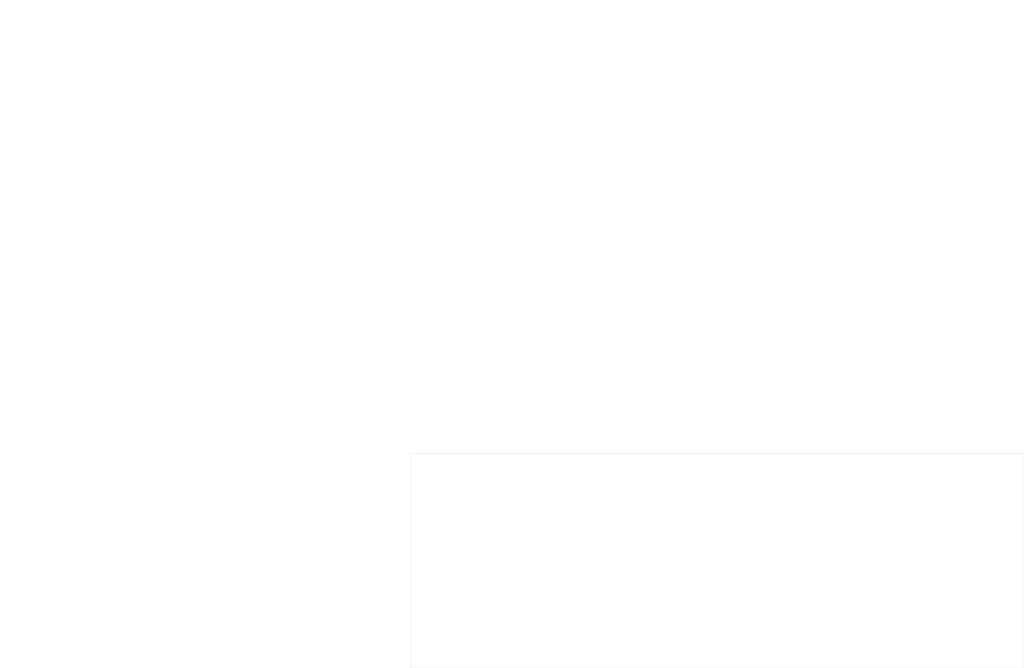
<source format=kicad_pcb>
(kicad_pcb
	(version 20240108)
	(generator "pcbnew")
	(generator_version "8.0")
	(general
		(thickness 1.4893)
		(legacy_teardrops no)
	)
	(paper "A4")
	(layers
		(0 "F.Cu" signal)
		(1 "In1.Cu" power)
		(2 "In2.Cu" power)
		(31 "B.Cu" signal)
		(32 "B.Adhes" user "B.Adhesive")
		(33 "F.Adhes" user "F.Adhesive")
		(34 "B.Paste" user)
		(35 "F.Paste" user)
		(36 "B.SilkS" user "B.Silkscreen")
		(37 "F.SilkS" user "F.Silkscreen")
		(38 "B.Mask" user)
		(39 "F.Mask" user)
		(40 "Dwgs.User" user "User.Drawings")
		(41 "Cmts.User" user "User.Comments")
		(42 "Eco1.User" user "User.Eco1")
		(43 "Eco2.User" user "User.Eco2")
		(44 "Edge.Cuts" user)
		(45 "Margin" user)
		(46 "B.CrtYd" user "B.Courtyard")
		(47 "F.CrtYd" user "F.Courtyard")
		(48 "B.Fab" user)
		(49 "F.Fab" user)
		(50 "User.1" user "Base")
		(51 "User.2" user "Probe")
		(52 "User.3" user "Support")
		(53 "User.4" user "Clearance")
		(54 "User.5" user)
		(55 "User.6" user)
		(56 "User.7" user)
		(57 "User.8" user)
		(58 "User.9" user)
	)
	(setup
		(stackup
			(layer "F.SilkS"
				(type "Top Silk Screen")
				(color "White")
			)
			(layer "F.Paste"
				(type "Top Solder Paste")
			)
			(layer "F.Mask"
				(type "Top Solder Mask")
				(color "Green")
				(thickness 0.01)
			)
			(layer "F.Cu"
				(type "copper")
				(thickness 0.035)
			)
			(layer "dielectric 1"
				(type "prepreg")
				(thickness 0.124 locked)
				(material "Prepreg 2116")
				(epsilon_r 4.4)
				(loss_tangent 0.02) addsublayer
				(thickness 0.2104 locked)
				(material "Prepreg 7628")
				(epsilon_r 1)
				(loss_tangent 0)
			)
			(layer "In1.Cu"
				(type "copper")
				(thickness 0.01525)
			)
			(layer "dielectric 2"
				(type "core")
				(thickness 0.7 locked)
				(material "FR4")
				(epsilon_r 3.99)
				(loss_tangent 0.02)
			)
			(layer "In2.Cu"
				(type "copper")
				(thickness 0.01525)
			)
			(layer "dielectric 3"
				(type "prepreg")
				(thickness 0.2104 locked)
				(material "Prepreg 7628")
				(epsilon_r 4.4)
				(loss_tangent 0.02) addsublayer
				(thickness 0.124 locked)
				(material "Prepreg 7628")
				(epsilon_r 1)
				(loss_tangent 0)
			)
			(layer "B.Cu"
				(type "copper")
				(thickness 0.035)
			)
			(layer "B.Mask"
				(type "Bottom Solder Mask")
				(color "Green")
				(thickness 0.01)
			)
			(layer "B.Paste"
				(type "Bottom Solder Paste")
			)
			(layer "B.SilkS"
				(type "Bottom Silk Screen")
				(color "White")
			)
			(copper_finish "Immersion gold")
			(dielectric_constraints yes)
		)
		(pad_to_mask_clearance 0)
		(allow_soldermask_bridges_in_footprints no)
		(pcbplotparams
			(layerselection 0x00010fc_ffffffff)
			(plot_on_all_layers_selection 0x0000000_00000000)
			(disableapertmacros no)
			(usegerberextensions no)
			(usegerberattributes yes)
			(usegerberadvancedattributes yes)
			(creategerberjobfile yes)
			(dashed_line_dash_ratio 12.000000)
			(dashed_line_gap_ratio 3.000000)
			(svgprecision 4)
			(plotframeref no)
			(viasonmask no)
			(mode 1)
			(useauxorigin no)
			(hpglpennumber 1)
			(hpglpenspeed 20)
			(hpglpendiameter 15.000000)
			(pdf_front_fp_property_popups yes)
			(pdf_back_fp_property_popups yes)
			(dxfpolygonmode yes)
			(dxfimperialunits yes)
			(dxfusepcbnewfont yes)
			(psnegative no)
			(psa4output no)
			(plotreference yes)
			(plotvalue yes)
			(plotfptext yes)
			(plotinvisibletext no)
			(sketchpadsonfab no)
			(subtractmaskfromsilk no)
			(outputformat 1)
			(mirror no)
			(drillshape 1)
			(scaleselection 1)
			(outputdirectory "")
		)
	)
	(net 0 "")
	(gr_line
		(start 13.208 32.448)
		(end 145.079426 32.448)
		(stroke
			(width 0.1)
			(type default)
		)
		(layer "Dwgs.User")
		(uuid "0e3bf5c0-6ccd-4a80-8386-4e08b81d7621")
	)
	(gr_line
		(start 13.208 50.478)
		(end 145.079426 50.478)
		(stroke
			(width 0.1)
			(type default)
		)
		(layer "Dwgs.User")
		(uuid "159a6574-f6ac-48b6-b362-f2e670fb036b")
	)
	(gr_line
		(start 13.208 25.236)
		(end 145.079426 25.236)
		(stroke
			(width 0.1)
			(type default)
		)
		(layer "Dwgs.User")
		(uuid "295ad14a-14d6-4b35-885f-5615a4c059e7")
	)
	(gr_line
		(start 36.636569 13.716)
		(end 36.636569 72.114)
		(stroke
			(width 0.1)
			(type default)
		)
		(layer "Dwgs.User")
		(uuid "3d25fb35-6c28-4142-b53c-ae7cc83aacb0")
	)
	(gr_line
		(start 13.208 39.66)
		(end 145.079426 39.66)
		(stroke
			(width 0.1)
			(type default)
		)
		(layer "Dwgs.User")
		(uuid "4c24ba15-2718-42f7-a575-e60b37b5ce69")
	)
	(gr_line
		(start 13.208 57.69)
		(end 145.079426 57.69)
		(stroke
			(width 0.1)
			(type default)
		)
		(layer "Dwgs.User")
		(uuid "6b4d685f-421c-43f2-9656-85bf4524cbab")
	)
	(gr_line
		(start 78.707994 13.716)
		(end 78.707994 72.114)
		(stroke
			(width 0.1)
			(type default)
		)
		(layer "Dwgs.User")
		(uuid "6d815075-9653-4f95-9d37-829cf09c1af8")
	)
	(gr_line
		(start 13.208 21.63)
		(end 145.079426 21.63)
		(stroke
			(width 0.1)
			(type default)
		)
		(layer "Dwgs.User")
		(uuid "785a152c-d5c7-4e92-a2b9-6e1f460dfc1d")
	)
	(gr_line
		(start 13.208 54.084)
		(end 145.079426 54.084)
		(stroke
			(width 0.1)
			(type default)
		)
		(layer "Dwgs.User")
		(uuid "83ff1ca7-d6f4-4fb1-9bcb-15d30b393c6a")
	)
	(gr_line
		(start 13.208 72.114)
		(end 145.079426 72.114)
		(stroke
			(width 0.1)
			(type default)
		)
		(layer "Dwgs.User")
		(uuid "87ad6c9f-1d2a-43ec-bfb3-d531a55f057f")
	)
	(gr_line
		(start 13.208 13.716)
		(end 13.208 72.114)
		(stroke
			(width 0.1)
			(type default)
		)
		(layer "Dwgs.User")
		(uuid "88f9e9f4-1667-44b7-894e-32f73ea15574")
	)
	(gr_line
		(start 145.079426 13.716)
		(end 145.079426 72.114)
		(stroke
			(width 0.1)
			(type default)
		)
		(layer "Dwgs.User")
		(uuid "979bcdec-803a-44aa-958e-966c1f4d7298")
	)
	(gr_line
		(start 13.208 28.842)
		(end 145.079426 28.842)
		(stroke
			(width 0.1)
			(type default)
		)
		(layer "Dwgs.User")
		(uuid "a10e72d7-f90d-4d05-b4f7-bfb6ec7f5ce6")
	)
	(gr_line
		(start 13.208 43.266)
		(end 145.079426 43.266)
		(stroke
			(width 0.1)
			(type default)
		)
		(layer "Dwgs.User")
		(uuid "a9665f2f-fa74-43ca-a393-7a3da26b140c")
	)
	(gr_line
		(start 13.208 61.296)
		(end 145.079426 61.296)
		(stroke
			(width 0.1)
			(type default)
		)
		(layer "Dwgs.User")
		(uuid "a9a6155d-460a-475e-a70c-a7aef0ff6f2d")
	)
	(gr_line
		(start 13.208 46.872)
		(end 145.079426 46.872)
		(stroke
			(width 0.1)
			(type default)
		)
		(layer "Dwgs.User")
		(uuid "acdace82-a741-4ca7-b826-5bc831a75ed6")
	)
	(gr_line
		(start 13.208 36.054)
		(end 145.079426 36.054)
		(stroke
			(width 0.1)
			(type default)
		)
		(layer "Dwgs.User")
		(uuid "ade046b8-b71e-4e23-ac7e-81b960efb1cb")
	)
	(gr_line
		(start 13.208 64.902)
		(end 145.079426 64.902)
		(stroke
			(width 0.1)
			(type default)
		)
		(layer "Dwgs.User")
		(uuid "b061f5e2-d0b9-4f22-965c-83e96dcc7c11")
	)
	(gr_line
		(start 13.208 13.716)
		(end 145.079426 13.716)
		(stroke
			(width 0.1)
			(type default)
		)
		(layer "Dwgs.User")
		(uuid "b250bd5c-622c-4dff-88ef-9165988e3eec")
	)
	(gr_line
		(start 98.736566 13.716)
		(end 98.736566 72.114)
		(stroke
			(width 0.1)
			(type default)
		)
		(layer "Dwgs.User")
		(uuid "b75fb2c6-5790-4299-a46a-9fde3fa67e4a")
	)
	(gr_line
		(start 13.208 18.024)
		(end 145.079426 18.024)
		(stroke
			(width 0.1)
			(type default)
		)
		(layer "Dwgs.User")
		(uuid "cca79fa9-1c67-4c34-b21c-5a5acb0c9d8f")
	)
	(gr_line
		(start 115.236567 13.716)
		(end 115.236567 72.114)
		(stroke
			(width 0.1)
			(type default)
		)
		(layer "Dwgs.User")
		(uuid "cff9b5d5-3d89-49e8-bafc-bc76076eaa3b")
	)
	(gr_line
		(start 61.707997 13.716)
		(end 61.707997 72.114)
		(stroke
			(width 0.1)
			(type default)
		)
		(layer "Dwgs.User")
		(uuid "d45ac479-6763-4dfa-a7e1-0e27e63f26b9")
	)
	(gr_line
		(start 13.208 68.508)
		(end 145.079426 68.508)
		(stroke
			(width 0.1)
			(type default)
		)
		(layer "Dwgs.User")
		(uuid "df4ff154-66a6-4701-8436-b2fd490425e5")
	)
	(gr_line
		(start 128.122282 13.716)
		(end 128.122282 72.114)
		(stroke
			(width 0.1)
			(type default)
		)
		(layer "Dwgs.User")
		(uuid "fc23fa2a-e058-434e-ac4b-790ab7855f4c")
	)
	(gr_rect
		(start 81.28 88.9)
		(end 182.88 124.46)
		(stroke
			(width 0.05)
			(type default)
		)
		(fill none)
		(layer "Edge.Cuts")
		(uuid "8a0124d9-ecfc-4142-80c3-f22e87391485")
	)
	(gr_text "0 mm"
		(at 79.457994 22.38 0)
		(layer "Dwgs.User")
		(uuid "02ec3c40-7a28-4bd6-aef3-165fd7e355c4")
		(effects
			(font
				(size 1.5 1.5)
				(thickness 0.1)
			)
			(justify left top)
		)
	)
	(gr_text "F.Silkscreen"
		(at 13.958 18.774 0)
		(layer "Dwgs.User")
		(uuid "0699068f-c3ec-44df-a53f-840582123ef5")
		(effects
			(font
				(size 1.5 1.5)
				(thickness 0.1)
			)
			(justify left top)
		)
	)
	(gr_text "1"
		(at 115.986567 36.804 0)
		(layer "Dwgs.User")
		(uuid "06deabc1-c82e-4ce2-8968-3f2edad2c516")
		(effects
			(font
				(size 1.5 1.5)
				(thickness 0.1)
			)
			(justify left top)
		)
	)
	(gr_text ""
		(at 62.457997 58.44 0)
		(layer "Dwgs.User")
		(uuid "06efb930-3449-419a-bc61-09b4f6fbaf6e")
		(effects
			(font
				(size 1.5 1.5)
				(thickness 0.1)
			)
			(justify left top)
		)
	)
	(gr_text "0.01525 mm"
		(at 79.457994 47.622 0)
		(layer "Dwgs.User")
		(uuid "0a98da67-8f47-4d08-9440-da72692587b4")
		(effects
			(font
				(size 1.5 1.5)
				(thickness 0.1)
			)
			(justify left top)
		)
	)
	(gr_text "0 mm"
		(at 79.457994 65.652 0)
		(layer "Dwgs.User")
		(uuid "0c7ac9d4-0df0-4a9b-bec1-629cf6163e28")
		(effects
			(font
				(size 1.5 1.5)
				(thickness 0.1)
			)
			(justify left top)
		)
	)
	(gr_text ""
		(at 99.486566 22.38 0)
		(layer "Dwgs.User")
		(uuid "0c7c6b1d-849d-4c43-b083-96d31e78f55f")
		(effects
			(font
				(size 1.5 1.5)
				(thickness 0.1)
			)
			(justify left top)
		)
	)
	(gr_text "Dielectric 1  (1/2)"
		(at 13.958 36.804 0)
		(layer "Dwgs.User")
		(uuid "110a6a33-2ae2-4d63-a264-465d47a987b6")
		(effects
			(font
				(size 1.5 1.5)
				(thickness 0.1)
			)
			(justify left top)
		)
	)
	(gr_text "0.02"
		(at 128.872282 51.228 0)
		(layer "Dwgs.User")
		(uuid "128ef59f-339b-4878-a150-4eb8b4226d86")
		(effects
			(font
				(size 1.5 1.5)
				(thickness 0.1)
			)
			(justify left top)
		)
	)
	(gr_text "Green"
		(at 99.486566 25.986 0)
		(layer "Dwgs.User")
		(uuid "19c11bf2-c750-48e6-a431-9554a0e94961")
		(effects
			(font
				(size 1.5 1.5)
				(thickness 0.1)
			)
			(justify left top)
		)
	)
	(gr_text ""
		(at 62.457997 47.622 0)
		(layer "Dwgs.User")
		(uuid "1c5ab36b-43b9-477c-9e41-ab173aaffdfc")
		(effects
			(font
				(size 1.5 1.5)
				(thickness 0.1)
			)
			(justify left top)
		)
	)
	(gr_text "prepreg"
		(at 37.386569 33.198 0)
		(layer "Dwgs.User")
		(uuid "1cb0fb12-a1bd-4dd1-9215-6bdf06eee892")
		(effects
			(font
				(size 1.5 1.5)
				(thickness 0.1)
			)
			(justify left top)
		)
	)
	(gr_text "0"
		(at 128.872282 69.258 0)
		(layer "Dwgs.User")
		(uuid "1fa1c4b9-ff08-43a2-8a58-2031a147f56c")
		(effects
			(font
				(size 1.5 1.5)
				(thickness 0.1)
			)
			(justify left top)
		)
	)
	(gr_text ""
		(at 62.457997 29.592 0)
		(layer "Dwgs.User")
		(uuid "20110e41-a140-4171-a17a-9cc430b3601f")
		(effects
			(font
				(size 1.5 1.5)
				(thickness 0.1)
			)
			(justify left top)
		)
	)
	(gr_text "Top Solder Paste"
		(at 37.386569 22.38 0)
		(layer "Dwgs.User")
		(uuid "213895a1-edfe-4c72-b271-6099245c4c64")
		(effects
			(font
				(size 1.5 1.5)
				(thickness 0.1)
			)
			(justify left top)
		)
	)
	(gr_text ""
		(at 62.457997 40.41 0)
		(layer "Dwgs.User")
		(uuid "231cc7ec-b901-4adf-98f1-7b70f1da4699")
		(effects
			(font
				(size 1.5 1.5)
				(thickness 0.1)
			)
			(justify left top)
		)
	)
	(gr_text "3.3"
		(at 115.986567 62.046 0)
		(layer "Dwgs.User")
		(uuid "239e34d7-bb26-4d81-8516-c20544e08825")
		(effects
			(font
				(size 1.5 1.5)
				(thickness 0.1)
			)
			(justify left top)
		)
	)
	(gr_text ""
		(at 99.486566 47.622 0)
		(layer "Dwgs.User")
		(uuid "2704b902-17a7-481e-94c6-2e999fbee75c")
		(effects
			(font
				(size 1.5 1.5)
				(thickness 0.1)
			)
			(justify left top)
		)
	)
	(gr_text "White"
		(at 99.486566 18.774 0)
		(layer "Dwgs.User")
		(uuid "27ec3100-1303-497e-aafa-3735bcd2b6dd")
		(effects
			(font
				(size 1.5 1.5)
				(thickness 0.1)
			)
			(justify left top)
		)
	)
	(gr_text "Dielectric 1  (1/2)"
		(at 13.958 33.198 0)
		(layer "Dwgs.User")
		(uuid "2800d0d9-822d-4900-8942-8e28effa77bc")
		(effects
			(font
				(size 1.5 1.5)
				(thickness 0.1)
			)
			(justify left top)
		)
	)
	(gr_text "1"
		(at 115.986567 58.44 0)
		(layer "Dwgs.User")
		(uuid "29dfc13e-2265-45ac-8bdb-bd1c352d036d")
		(effects
			(font
				(size 1.5 1.5)
				(thickness 0.1)
			)
			(justify left top)
		)
	)
	(gr_text "Dielectric 2"
		(at 13.958 44.016 0)
		(layer "Dwgs.User")
		(uuid "2a3a8d0b-1e64-4cf0-bf9d-143ba2181377")
		(effects
			(font
				(size 1.5 1.5)
				(thickness 0.1)
			)
			(justify left top)
		)
	)
	(gr_text ""
		(at 62.457997 22.38 0)
		(layer "Dwgs.User")
		(uuid "34f2d26b-4107-4392-8ea3-bd9f6443d85b")
		(effects
			(font
				(size 1.5 1.5)
				(thickness 0.1)
			)
			(justify left top)
		)
	)
	(gr_text "0"
		(at 128.872282 29.592 0)
		(layer "Dwgs.User")
		(uuid "3591f799-c9d9-44ed-a144-5ff9d20ad305")
		(effects
			(font
				(size 1.5 1.5)
				(thickness 0.1)
			)
			(justify left top)
		)
	)
	(gr_text "In2.Cu"
		(at 13.958 47.622 0)
		(layer "Dwgs.User")
		(uuid "368c6b49-72e3-404a-88b1-267654d8e2ab")
		(effects
			(font
				(size 1.5 1.5)
				(thickness 0.1)
			)
			(justify left top)
		)
	)
	(gr_text "Epsilon R"
		(at 115.986567 14.466 0)
		(layer "Dwgs.User")
		(uuid "36c09abe-74bc-47cf-8cb2-689ebf86e933")
		(effects
			(font
				(size 1.5 1.5)
				(thickness 0.3)
			)
			(justify left top)
		)
	)
	(gr_text "Not specified"
		(at 62.457997 69.258 0)
		(layer "Dwgs.User")
		(uuid "37b9c76d-3de7-4141-8fe1-b52fe7e6db16")
		(effects
			(font
				(size 1.5 1.5)
				(thickness 0.1)
			)
			(justify left top)
		)
	)
	(gr_text "0"
		(at 128.872282 54.834 0)
		(layer "Dwgs.User")
		(uuid "37f1f80a-f0a8-4016-8bef-83677ea0cfe5")
		(effects
			(font
				(size 1.5 1.5)
				(thickness 0.1)
			)
			(justify left top)
		)
	)
	(gr_text "Not specified"
		(at 99.486566 36.804 0)
		(layer "Dwgs.User")
		(uuid "395eaa14-db49-4030-a6ec-d1be05643495")
		(effects
			(font
				(size 1.5 1.5)
				(thickness 0.1)
			)
			(justify left top)
		)
	)
	(gr_text "0 mm"
		(at 79.457994 69.258 0)
		(layer "Dwgs.User")
		(uuid "3ba85f2b-017e-45f4-ad7d-ac23c0f359cd")
		(effects
			(font
				(size 1.5 1.5)
				(thickness 0.1)
			)
			(justify left top)
		)
	)
	(gr_text "1"
		(at 115.986567 69.258 0)
		(layer "Dwgs.User")
		(uuid "3c439b21-275b-45cf-a666-eaeb716d7d2e")
		(effects
			(font
				(size 1.5 1.5)
				(thickness 0.1)
			)
			(justify left top)
		)
	)
	(gr_text "0.124 mm"
		(at 79.457994 33.198 0)
		(layer "Dwgs.User")
		(uuid "3cdf6fab-5581-45eb-8d36-736f09ab6e5d")
		(effects
			(font
				(size 1.5 1.5)
				(thickness 0.1)
			)
			(justify left top)
		)
	)
	(gr_text ""
		(at 99.486566 58.44 0)
		(layer "Dwgs.User")
		(uuid "426a4448-4248-4008-bcfa-8f0d2e1858fd")
		(effects
			(font
				(size 1.5 1.5)
				(thickness 0.1)
			)
			(justify left top)
		)
	)
	(gr_text "Not specified"
		(at 99.486566 33.198 0)
		(layer "Dwgs.User")
		(uuid "4566a504-731b-4103-b7ec-071fccf51833")
		(effects
			(font
				(size 1.5 1.5)
				(thickness 0.1)
			)
			(justify left top)
		)
	)
	(gr_text "Bottom Solder Paste"
		(at 37.386569 65.652 0)
		(layer "Dwgs.User")
		(uuid "48908b5b-47cf-4ffe-9ad3-c80c82d20e05")
		(effects
			(font
				(size 1.5 1.5)
				(thickness 0.1)
			)
			(justify left top)
		)
	)
	(gr_text "copper"
		(at 37.386569 47.622 0)
		(layer "Dwgs.User")
		(uuid "4b6ea4f0-eb30-4a25-a195-24ad78d29347")
		(effects
			(font
				(size 1.5 1.5)
				(thickness 0.1)
			)
			(justify left top)
		)
	)
	(gr_text "0"
		(at 128.872282 58.44 0)
		(layer "Dwgs.User")
		(uuid "4c45b674-a620-4867-b067-cc65c7d82388")
		(effects
			(font
				(size 1.5 1.5)
				(thickness 0.1)
			)
			(justify left top)
		)
	)
	(gr_text "copper"
		(at 37.386569 29.592 0)
		(layer "Dwgs.User")
		(uuid "5080c09f-0c02-418b-8f64-739490527978")
		(effects
			(font
				(size 1.5 1.5)
				(thickness 0.1)
			)
			(justify left top)
		)
	)
	(gr_text "3.99"
		(at 115.986567 44.016 0)
		(layer "Dwgs.User")
		(uuid "5282315b-57a7-4be2-a831-96521d6a1068")
		(effects
			(font
				(size 1.5 1.5)
				(thickness 0.1)
			)
			(justify left top)
		)
	)
	(gr_text "1"
		(at 115.986567 18.774 0)
		(layer "Dwgs.User")
		(uuid "532dd7c9-44d4-4cf0-ad67-7d7c7d8bb70b")
		(effects
			(font
				(size 1.5 1.5)
				(thickness 0.1)
			)
			(justify left top)
		)
	)
	(gr_text "0.02"
		(at 128.872282 33.198 0)
		(layer "Dwgs.User")
		(uuid "578b48a4-6e59-4265-b471-863fb2ecfbb9")
		(effects
			(font
				(size 1.5 1.5)
				(thickness 0.1)
			)
			(justify left top)
		)
	)
	(gr_text ""
		(at 99.486566 65.652 0)
		(layer "Dwgs.User")
		(uuid "5a72cb75-6861-43bc-85a1-88f5dad47cbc")
		(effects
			(font
				(size 1.5 1.5)
				(thickness 0.1)
			)
			(justify left top)
		)
	)
	(gr_text "0"
		(at 128.872282 62.046 0)
		(layer "Dwgs.User")
		(uuid "5d290585-912a-4cf2-8308-94ea378fd46e")
		(effects
			(font
				(size 1.5 1.5)
				(thickness 0.1)
			)
			(justify left top)
		)
	)
	(gr_text ""
		(at 99.486566 40.41 0)
		(layer "Dwgs.User")
		(uuid "5dd898f3-9889-414d-90dd-20c76e6afaa9")
		(effects
			(font
				(size 1.5 1.5)
				(thickness 0.1)
			)
			(justify left top)
		)
	)
	(gr_text "B.Silkscreen"
		(at 13.958 69.258 0)
		(layer "Dwgs.User")
		(uuid "5f77b72b-344a-46cd-8516-461ed80d3d14")
		(effects
			(font
				(size 1.5 1.5)
				(thickness 0.1)
			)
			(justify left top)
		)
	)
	(gr_text "Dielectric 3  (1/2)"
		(at 13.958 51.228 0)
		(layer "Dwgs.User")
		(uuid "602d36f1-d07e-43c5-a536-8d08c2c9e3e4")
		(effects
			(font
				(size 1.5 1.5)
				(thickness 0.1)
			)
			(justify left top)
		)
	)
	(gr_text "F.Paste"
		(at 13.958 22.38 0)
		(layer "Dwgs.User")
		(uuid "60a7c91e-e8a5-4538-b351-145f01806885")
		(effects
			(font
				(size 1.5 1.5)
				(thickness 0.1)
			)
			(justify left top)
		)
	)
	(gr_text "0"
		(at 128.872282 25.986 0)
		(layer "Dwgs.User")
		(uuid "64b2efca-16dd-4d46-a165-a13832b870c3")
		(effects
			(font
				(size 1.5 1.5)
				(thickness 0.1)
			)
			(justify left top)
		)
	)
	(gr_text "1"
		(at 115.986567 22.38 0)
		(layer "Dwgs.User")
		(uuid "6b6e834e-1d4b-4689-aae4-1b2f2f0d557e")
		(effects
			(font
				(size 1.5 1.5)
				(thickness 0.1)
			)
			(justify left top)
		)
	)
	(gr_text "prepreg"
		(at 37.386569 54.834 0)
		(layer "Dwgs.User")
		(uuid "6cae5f71-4451-487e-9b0a-131870bd31ff")
		(effects
			(font
				(size 1.5 1.5)
				(thickness 0.1)
			)
			(justify left top)
		)
	)
	(gr_text "White"
		(at 99.486566 69.258 0)
		(layer "Dwgs.User")
		(uuid "6d9b6618-190d-4c56-a334-c19728eb1ce8")
		(effects
			(font
				(size 1.5 1.5)
				(thickness 0.1)
			)
			(justify left top)
		)
	)
	(gr_text "F.Mask"
		(at 13.958 25.986 0)
		(layer "Dwgs.User")
		(uuid "6ef6e97f-ffb8-4c14-912d-fc9e73f1b679")
		(effects
			(font
				(size 1.5 1.5)
				(thickness 0.1)
			)
			(justify left top)
		)
	)
	(gr_text "0.035 mm"
		(at 79.457994 29.592 0)
		(layer "Dwgs.User")
		(uuid "73571c53-d7e3-4284-82e1-fffa1ffbac5b")
		(effects
			(font
				(size 1.5 1.5)
				(thickness 0.1)
			)
			(justify left top)
		)
	)
	(gr_text "Layer Name"
		(at 13.958 14.466 0)
		(layer "Dwgs.User")
		(uuid "742a4129-4fdf-479f-9cc3-0af0adb19ab8")
		(effects
			(font
				(size 1.5 1.5)
				(thickness 0.3)
			)
			(justify left top)
		)
	)
	(gr_text "copper"
		(at 37.386569 58.44 0)
		(layer "Dwgs.User")
		(uuid "78d2a78b-6167-4df5-bf75-f23c57cc5fc8")
		(effects
			(font
				(size 1.5 1.5)
				(thickness 0.1)
			)
			(justify left top)
		)
	)
	(gr_text "Material"
		(at 62.457997 14.466 0)
		(layer "Dwgs.User")
		(uuid "7b1b735d-2889-446f-8268-8aa5d722886f")
		(effects
			(font
				(size 1.5 1.5)
				(thickness 0.3)
			)
			(justify left top)
		)
	)
	(gr_text "0 mm"
		(at 79.457994 18.774 0)
		(layer "Dwgs.User")
		(uuid "7fb927c8-d322-4301-9740-fba0a58b352f")
		(effects
			(font
				(size 1.5 1.5)
				(thickness 0.1)
			)
			(justify left top)
		)
	)
	(gr_text "0.2104 mm"
		(at 79.457994 51.228 0)
		(layer "Dwgs.User")
		(uuid "83e29a9d-d1ee-4f8c-a460-1f682a185c2c")
		(effects
			(font
				(size 1.5 1.5)
				(thickness 0.1)
			)
			(justify left top)
		)
	)
	(gr_text "Not specified"
		(at 99.486566 51.228 0)
		(layer "Dwgs.User")
		(uuid "8b2b17f0-70bc-49dd-95a9-1fa973fa3efa")
		(effects
			(font
				(size 1.5 1.5)
				(thickness 0.1)
			)
			(justify left top)
		)
	)
	(gr_text "Bottom Solder Mask"
		(at 37.386569 62.046 0)
		(layer "Dwgs.User")
		(uuid "8b50962e-2312-47e4-a9e9-ca40bce99ab0")
		(effects
			(font
				(size 1.5 1.5)
				(thickness 0.1)
			)
			(justify left top)
		)
	)
	(gr_text "3.3"
		(at 115.986567 25.986 0)
		(layer "Dwgs.User")
		(uuid "8d6d5643-21b1-41de-85eb-2bfb1f6d7169")
		(effects
			(font
				(size 1.5 1.5)
				(thickness 0.1)
			)
			(justify left top)
		)
	)
	(gr_text "0.01525 mm"
		(at 79.457994 40.41 0)
		(layer "Dwgs.User")
		(uuid "8e33806e-6112-461e-b4f4-f931c7e4beeb")
		(effects
			(font
				(size 1.5 1.5)
				(thickness 0.1)
			)
			(justify left top)
		)
	)
	(gr_text "Color"
		(at 99.486566 14.466 0)
		(layer "Dwgs.User")
		(uuid "913a0ed1-b2bc-462d-a6b0-c7cedd0432c1")
		(effects
			(font
				(size 1.5 1.5)
				(thickness 0.3)
			)
			(justify left top)
		)
	)
	(gr_text "Top Solder Mask"
		(at 37.386569 25.986 0)
		(layer "Dwgs.User")
		(uuid "92d611c5-1885-40aa-ae85-4f5092305924")
		(effects
			(font
				(size 1.5 1.5)
				(thickness 0.1)
			)
			(justify left top)
		)
	)
	(gr_text "0"
		(at 128.872282 40.41 0)
		(layer "Dwgs.User")
		(uuid "954f959f-a977-4c80-9afa-ff7b8ce818b0")
		(effects
			(font
				(size 1.5 1.5)
				(thickness 0.1)
			)
			(justify left top)
		)
	)
	(gr_text "0.124 mm"
		(at 79.457994 54.834 0)
		(layer "Dwgs.User")
		(uuid "97872769-a427-40af-b3d0-42e2d2680596")
		(effects
			(font
				(size 1.5 1.5)
				(thickness 0.1)
			)
			(justify left top)
		)
	)
	(gr_text "Type"
		(at 37.386569 14.466 0)
		(layer "Dwgs.User")
		(uuid "9f0300c8-64ca-40f3-a0e7-cb2a13c30978")
		(effects
			(font
				(size 1.5 1.5)
				(thickness 0.3)
			)
			(justify left top)
		)
	)
	(gr_text "Prepreg 7628"
		(at 62.457997 54.834 0)
		(layer "Dwgs.User")
		(uuid "a440f35c-7925-460b-8650-50589889100d")
		(effects
			(font
				(size 1.5 1.5)
				(thickness 0.1)
			)
			(justify left top)
		)
	)
	(gr_text "4.4"
		(at 115.986567 51.228 0)
		(layer "Dwgs.User")
		(uuid "a6a0c201-ca09-45ca-9f14-cd13e7eca0dc")
		(effects
			(font
				(size 1.5 1.5)
				(thickness 0.1)
			)
			(justify left top)
		)
	)
	(gr_text "Not specified"
		(at 62.457997 18.774 0)
		(layer "Dwgs.User")
		(uuid "a72e805f-de01-47d3-9546-22801af249d5")
		(effects
			(font
				(size 1.5 1.5)
				(thickness 0.1)
			)
			(justify left top)
		)
	)
	(gr_text "0.02"
		(at 128.872282 44.016 0)
		(layer "Dwgs.User")
		(uuid "a810472e-8f89-4236-bb38-1e985dce15d3")
		(effects
			(font
				(size 1.5 1.5)
				(thickness 0.1)
			)
			(justify left top)
		)
	)
	(gr_text "Loss Tangent"
		(at 128.872282 14.466 0)
		(layer "Dwgs.User")
		(uuid "a84d84c9-4ab3-48da-9c47-02243c917a88")
		(effects
			(font
				(size 1.5 1.5)
				(thickness 0.3)
			)
			(justify left top)
		)
	)
	(gr_text "prepreg"
		(at 37.386569 51.228 0)
		(layer "Dwgs.User")
		(uuid "a873f130-955c-4972-ba3c-14efdd58f629")
		(effects
			(font
				(size 1.5 1.5)
				(thickness 0.1)
			)
			(justify left top)
		)
	)
	(gr_text ""
		(at 99.486566 29.592 0)
		(layer "Dwgs.User")
		(uuid "a99a2cd5-5342-44b2-bf08-0deb0a774703")
		(effects
			(font
				(size 1.5 1.5)
				(thickness 0.1)
			)
			(justify left top)
		)
	)
	(gr_text "1"
		(at 115.986567 40.41 0)
		(layer "Dwgs.User")
		(uuid "acbca66a-2393-485b-acf4-a7c98ed7922b")
		(effects
			(font
				(size 1.5 1.5)
				(thickness 0.1)
			)
			(justify left top)
		)
	)
	(gr_text "Not specified"
		(at 99.486566 54.834 0)
		(layer "Dwgs.User")
		(uuid "aef05684-98e7-4d4b-a15e-4f7fc94897fb")
		(effects
			(font
				(size 1.5 1.5)
				(thickness 0.1)
			)
			(justify left top)
		)
	)
	(gr_text "0"
		(at 128.872282 22.38 0)
		(layer "Dwgs.User")
		(uuid "af82de74-e1cc-4ee0-a051-56366710cbc9")
		(effects
			(font
				(size 1.5 1.5)
				(thickness 0.1)
			)
			(justify left top)
		)
	)
	(gr_text "1"
		(at 115.986567 65.652 0)
		(layer "Dwgs.User")
		(uuid "b5aa001e-69bf-4e7e-83ba-1acd34e144b2")
		(effects
			(font
				(size 1.5 1.5)
				(thickness 0.1)
			)
			(justify left top)
		)
	)
	(gr_text "prepreg"
		(at 37.386569 36.804 0)
		(layer "Dwgs.User")
		(uuid "b8707a95-bf70-468a-ad3c-0ec605904f28")
		(effects
			(font
				(size 1.5 1.5)
				(thickness 0.1)
			)
			(justify left top)
		)
	)
	(gr_text "B.Mask"
		(at 13.958 62.046 0)
		(layer "Dwgs.User")
		(uuid "bbe64d8a-d579-4e73-b75b-e86d751ddff8")
		(effects
			(font
				(size 1.5 1.5)
				(thickness 0.1)
			)
			(justify left top)
		)
	)
	(gr_text "Not specified"
		(at 62.457997 62.046 0)
		(layer "Dwgs.User")
		(uuid "bd29ddbd-2c7c-4e3e-aec4-5ccade79e5e1")
		(effects
			(font
				(size 1.5 1.5)
				(thickness 0.1)
			)
			(justify left top)
		)
	)
	(gr_text "1"
		(at 115.986567 29.592 0)
		(layer "Dwgs.User")
		(uuid "c064a55e-38e7-4077-9825-e8262fe19426")
		(effects
			(font
				(size 1.5 1.5)
				(thickness 0.1)
			)
			(justify left top)
		)
	)
	(gr_text "1"
		(at 115.986567 54.834 0)
		(layer "Dwgs.User")
		(uuid "c1c7edca-a7f5-47a0-af01-d7fb4df7ba44")
		(effects
			(font
				(size 1.5 1.5)
				(thickness 0.1)
			)
			(justify left top)
		)
	)
	(gr_text ""
		(at 62.457997 65.652 0)
		(layer "Dwgs.User")
		(uuid "c267e31a-6a56-4763-a5db-55ef5431ef0c")
		(effects
			(font
				(size 1.5 1.5)
				(thickness 0.1)
			)
			(justify left top)
		)
	)
	(gr_text "0"
		(at 128.872282 65.652 0)
		(layer "Dwgs.User")
		(uuid "c54b681e-0470-4c85-8769-964f45581924")
		(effects
			(font
				(size 1.5 1.5)
				(thickness 0.1)
			)
			(justify left top)
		)
	)
	(gr_text "4.4"
		(at 115.986567 33.198 0)
		(layer "Dwgs.User")
		(uuid "c6b60fd6-8403-4745-bf27-090356d89c8b")
		(effects
			(font
				(size 1.5 1.5)
				(thickness 0.1)
			)
			(justify left top)
		)
	)
	(gr_text "Prepreg 7628"
		(at 62.457997 51.228 0)
		(layer "Dwgs.User")
		(uuid "c750e402-de87-479d-bc9a-bcca528dbade")
		(effects
			(font
				(size 1.5 1.5)
				(thickness 0.1)
			)
			(justify left top)
		)
	)
	(gr_text "Dielectric 3  (1/2)"
		(at 13.958 54.834 0)
		(layer "Dwgs.User")
		(uuid "cb9c2f41-fe19-4f3d-9296-a89667d6ceb3")
		(effects
			(font
				(size 1.5 1.5)
				(thickness 0.1)
			)
			(justify left top)
		)
	)
	(gr_text "Thickness (mm)"
		(at 79.457994 14.466 0)
		(layer "Dwgs.User")
		(uuid "d09a1576-0534-4627-990d-37331765d1bd")
		(effects
			(font
				(size 1.5 1.5)
				(thickness 0.3)
			)
			(justify left top)
		)
	)
	(gr_text "0"
		(at 128.872282 36.804 0)
		(layer "Dwgs.User")
		(uuid "d83a2d69-040b-4f2d-8fac-707b93431c55")
		(effects
			(font
				(size 1.5 1.5)
				(thickness 0.1)
			)
			(justify left top)
		)
	)
	(gr_text "1"
		(at 115.986567 47.622 0)
		(layer "Dwgs.User")
		(uuid "da9251a7-2d8e-4ac2-82df-92cf2497e560")
		(effects
			(font
				(size 1.5 1.5)
				(thickness 0.1)
			)
			(justify left top)
		)
	)
	(gr_text "0"
		(at 128.872282 18.774 0)
		(layer "Dwgs.User")
		(uuid "db105a76-bf69-46fe-b46c-065dd7f697d8")
		(effects
			(font
				(size 1.5 1.5)
				(thickness 0.1)
			)
			(justify left top)
		)
	)
	(gr_text "Bottom Silk Screen"
		(at 37.386569 69.258 0)
		(layer "Dwgs.User")
		(uuid "dd8f839c-faf1-41f4-9d82-9c832f89d9d3")
		(effects
			(font
				(size 1.5 1.5)
				(thickness 0.1)
			)
			(justify left top)
		)
	)
	(gr_text "Green"
		(at 99.486566 62.046 0)
		(layer "Dwgs.User")
		(uuid "df60798d-8860-4b33-8a7f-757bb934e661")
		(effects
			(font
				(size 1.5 1.5)
				(thickness 0.1)
			)
			(justify left top)
		)
	)
	(gr_text "B.Paste"
		(at 13.958 65.652 0)
		(layer "Dwgs.User")
		(uuid "dfac22b8-cd67-491b-ab4b-6f4a29faf335")
		(effects
			(font
				(size 1.5 1.5)
				(thickness 0.1)
			)
			(justify left top)
		)
	)
	(gr_text "0.035 mm"
		(at 79.457994 58.44 0)
		(layer "Dwgs.User")
		(uuid "e1866065-1e75-4772-a42c-808bbe0ef563")
		(effects
			(font
				(size 1.5 1.5)
				(thickness 0.1)
			)
			(justify left top)
		)
	)
	(gr_text "In1.Cu"
		(at 13.958 40.41 0)
		(layer "Dwgs.User")
		(uuid "e39bd05b-4a70-4432-acf8-f59ad427ee29")
		(effects
			(font
				(size 1.5 1.5)
				(thickness 0.1)
			)
			(justify left top)
		)
	)
	(gr_text "FR4"
		(at 62.457997 44.016 0)
		(layer "Dwgs.User")
		(uuid "e4bc92ae-a149-4de3-9de0-ea0a99c839b6")
		(effects
			(font
				(size 1.5 1.5)
				(thickness 0.1)
			)
			(justify left top)
		)
	)
	(gr_text "B.Cu"
		(at 13.958 58.44 0)
		(layer "Dwgs.User")
		(uuid "e56ae31c-8460-42a3-850c-72cab8e133a7")
		(effects
			(font
				(size 1.5 1.5)
				(thickness 0.1)
			)
			(justify left top)
		)
	)
	(gr_text "Not specified"
		(at 62.457997 25.986 0)
		(layer "Dwgs.User")
		(uuid "ec54e97c-83df-41ae-86f8-05fd99776166")
		(effects
			(font
				(size 1.5 1.5)
				(thickness 0.1)
			)
			(justify left top)
		)
	)
	(gr_text "0.7 mm"
		(at 79.457994 44.016 0)
		(layer "Dwgs.User")
		(uuid "ef626888-d69b-46de-90bb-02d50369f0a3")
		(effects
			(font
				(size 1.5 1.5)
				(thickness 0.1)
			)
			(justify left top)
		)
	)
	(gr_text "Prepreg 7628"
		(at 62.457997 36.804 0)
		(layer "Dwgs.User")
		(uuid "efafcdf3-c10a-4439-88d3-56ca67755d44")
		(effects
			(font
				(size 1.5 1.5)
				(thickness 0.1)
			)
			(justify left top)
		)
	)
	(gr_text "Not specified"
		(at 99.486566 44.016 0)
		(layer "Dwgs.User")
		(uuid "f26af32b-b6f4-4a0e-b2fe-1f7f2d9f2d8a")
		(effects
			(font
				(size 1.5 1.5)
				(thickness 0.1)
			)
			(justify left top)
		)
	)
	(gr_text "F.Cu"
		(at 13.958 29.592 0)
		(layer "Dwgs.User")
		(uuid "f3592ae5-e908-49bd-9c56-667fd863d87a")
		(effects
			(font
				(size 1.5 1.5)
				(thickness 0.1)
			)
			(justify left top)
		)
	)
	(gr_text "0.01 mm"
		(at 79.457994 25.986 0)
		(layer "Dwgs.User")
		(uuid "f40e56d1-c791-40a8-9027-518f4ed26397")
		(effects
			(font
				(size 1.5 1.5)
				(thickness 0.1)
			)
			(justify left top)
		)
	)
	(gr_text "copper"
		(at 37.386569 40.41 0)
		(layer "Dwgs.User")
		(uuid "f9492306-d710-4563-830b-b03a9bd5197b")
		(effects
			(font
				(size 1.5 1.5)
				(thickness 0.1)
			)
			(justify left top)
		)
	)
	(gr_text "0"
		(at 128.872282 47.622 0)
		(layer "Dwgs.User")
		(uuid "fb6b8c42-fc5e-4a46-9619-17ab8523e052")
		(effects
			(font
				(size 1.5 1.5)
				(thickness 0.1)
			)
			(justify left top)
		)
	)
	(gr_text "Prepreg 2116"
		(at 62.457997 33.198 0)
		(layer "Dwgs.User")
		(uuid "fcbd7d5b-ccaa-4027-9262-690e48fe6c5a")
		(effects
			(font
				(size 1.5 1.5)
				(thickness 0.1)
			)
			(justify left top)
		)
	)
	(gr_text "Top Silk Screen"
		(at 37.386569 18.774 0)
		(layer "Dwgs.User")
		(uuid "fd3fcc8d-893a-487c-965e-e6763e7ef13c")
		(effects
			(font
				(size 1.5 1.5)
				(thickness 0.1)
			)
			(justify left top)
		)
	)
	(gr_text "0.2104 mm"
		(at 79.457994 36.804 0)
		(layer "Dwgs.User")
		(uuid "fd66a539-46bf-4f98-bb96-5cf28a038077")
		(effects
			(font
				(size 1.5 1.5)
				(thickness 0.1)
			)
			(justify left top)
		)
	)
	(gr_text "0.01 mm"
		(at 79.457994 62.046 0)
		(layer "Dwgs.User")
		(uuid "fef6e2ab-9f9d-4abc-9b53-685c6bcce0dc")
		(effects
			(font
				(size 1.5 1.5)
				(thickness 0.1)
			)
			(justify left top)
		)
	)
	(gr_text "core"
		(at 37.386569 44.016 0)
		(layer "Dwgs.User")
		(uuid "ff21332d-58d2-4420-89e6-db38e2523743")
		(effects
			(font
				(size 1.5 1.5)
				(thickness 0.1)
			)
			(justify left top)
		)
	)
	(group "group-boardStackUp"
		(uuid "c574f55f-7622-4069-80e7-81a089541dfc")
		(members "02ec3c40-7a28-4bd6-aef3-165fd7e355c4" "0699068f-c3ec-44df-a53f-840582123ef5"
			"06deabc1-c82e-4ce2-8968-3f2edad2c516" "06efb930-3449-419a-bc61-09b4f6fbaf6e"
			"0a98da67-8f47-4d08-9440-da72692587b4" "0c7ac9d4-0df0-4a9b-bec1-629cf6163e28"
			"0c7c6b1d-849d-4c43-b083-96d31e78f55f" "0e3bf5c0-6ccd-4a80-8386-4e08b81d7621"
			"110a6a33-2ae2-4d63-a264-465d47a987b6" "128ef59f-339b-4878-a150-4eb8b4226d86"
			"159a6574-f6ac-48b6-b362-f2e670fb036b" "19c11bf2-c750-48e6-a431-9554a0e94961"
			"1c5ab36b-43b9-477c-9e41-ab173aaffdfc" "1cb0fb12-a1bd-4dd1-9215-6bdf06eee892"
			"1fa1c4b9-ff08-43a2-8a58-2031a147f56c" "20110e41-a140-4171-a17a-9cc430b3601f"
			"213895a1-edfe-4c72-b271-6099245c4c64" "231cc7ec-b901-4adf-98f1-7b70f1da4699"
			"239e34d7-bb26-4d81-8516-c20544e08825" "2704b902-17a7-481e-94c6-2e999fbee75c"
			"27ec3100-1303-497e-aafa-3735bcd2b6dd" "2800d0d9-822d-4900-8942-8e28effa77bc"
			"295ad14a-14d6-4b35-885f-5615a4c059e7" "29dfc13e-2265-45ac-8bdb-bd1c352d036d"
			"2a3a8d0b-1e64-4cf0-bf9d-143ba2181377" "34f2d26b-4107-4392-8ea3-bd9f6443d85b"
			"3591f799-c9d9-44ed-a144-5ff9d20ad305" "368c6b49-72e3-404a-88b1-267654d8e2ab"
			"36c09abe-74bc-47cf-8cb2-689ebf86e933" "37b9c76d-3de7-4141-8fe1-b52fe7e6db16"
			"37f1f80a-f0a8-4016-8bef-83677ea0cfe5" "395eaa14-db49-4030-a6ec-d1be05643495"
			"3ba85f2b-017e-45f4-ad7d-ac23c0f359cd" "3c439b21-275b-45cf-a666-eaeb716d7d2e"
			"3cdf6fab-5581-45eb-8d36-736f09ab6e5d" "3d25fb35-6c28-4142-b53c-ae7cc83aacb0"
			"426a4448-4248-4008-bcfa-8f0d2e1858fd" "4566a504-731b-4103-b7ec-071fccf51833"
			"48908b5b-47cf-4ffe-9ad3-c80c82d20e05" "4b6ea4f0-eb30-4a25-a195-24ad78d29347"
			"4c24ba15-2718-42f7-a575-e60b37b5ce69" "4c45b674-a620-4867-b067-cc65c7d82388"
			"5080c09f-0c02-418b-8f64-739490527978" "5282315b-57a7-4be2-a831-96521d6a1068"
			"532dd7c9-44d4-4cf0-ad67-7d7c7d8bb70b" "578b48a4-6e59-4265-b471-863fb2ecfbb9"
			"5a72cb75-6861-43bc-85a1-88f5dad47cbc" "5d290585-912a-4cf2-8308-94ea378fd46e"
			"5dd898f3-9889-414d-90dd-20c76e6afaa9" "5f77b72b-344a-46cd-8516-461ed80d3d14"
			"602d36f1-d07e-43c5-a536-8d08c2c9e3e4" "60a7c91e-e8a5-4538-b351-145f01806885"
			"64b2efca-16dd-4d46-a165-a13832b870c3" "6b4d685f-421c-43f2-9656-85bf4524cbab"
			"6b6e834e-1d4b-4689-aae4-1b2f2f0d557e" "6cae5f71-4451-487e-9b0a-131870bd31ff"
			"6d815075-9653-4f95-9d37-829cf09c1af8" "6d9b6618-190d-4c56-a334-c19728eb1ce8"
			"6ef6e97f-ffb8-4c14-912d-fc9e73f1b679" "73571c53-d7e3-4284-82e1-fffa1ffbac5b"
			"742a4129-4fdf-479f-9cc3-0af0adb19ab8" "785a152c-d5c7-4e92-a2b9-6e1f460dfc1d"
			"78d2a78b-6167-4df5-bf75-f23c57cc5fc8" "7b1b735d-2889-446f-8268-8aa5d722886f"
			"7fb927c8-d322-4301-9740-fba0a58b352f" "83e29a9d-d1ee-4f8c-a460-1f682a185c2c"
			"83ff1ca7-d6f4-4fb1-9bcb-15d30b393c6a" "87ad6c9f-1d2a-43ec-bfb3-d531a55f057f"
			"88f9e9f4-1667-44b7-894e-32f73ea15574" "8b2b17f0-70bc-49dd-95a9-1fa973fa3efa"
			"8b50962e-2312-47e4-a9e9-ca40bce99ab0" "8d6d5643-21b1-41de-85eb-2bfb1f6d7169"
			"8e33806e-6112-461e-b4f4-f931c7e4beeb" "913a0ed1-b2bc-462d-a6b0-c7cedd0432c1"
			"92d611c5-1885-40aa-ae85-4f5092305924" "954f959f-a977-4c80-9afa-ff7b8ce818b0"
			"97872769-a427-40af-b3d0-42e2d2680596" "979bcdec-803a-44aa-958e-966c1f4d7298"
			"9f0300c8-64ca-40f3-a0e7-cb2a13c30978" "a10e72d7-f90d-4d05-b4f7-bfb6ec7f5ce6"
			"a440f35c-7925-460b-8650-50589889100d" "a6a0c201-ca09-45ca-9f14-cd13e7eca0dc"
			"a72e805f-de01-47d3-9546-22801af249d5" "a810472e-8f89-4236-bb38-1e985dce15d3"
			"a84d84c9-4ab3-48da-9c47-02243c917a88" "a873f130-955c-4972-ba3c-14efdd58f629"
			"a9665f2f-fa74-43ca-a393-7a3da26b140c" "a99a2cd5-5342-44b2-bf08-0deb0a774703"
			"a9a6155d-460a-475e-a70c-a7aef0ff6f2d" "acbca66a-2393-485b-acf4-a7c98ed7922b"
			"acdace82-a741-4ca7-b826-5bc831a75ed6" "ade046b8-b71e-4e23-ac7e-81b960efb1cb"
			"aef05684-98e7-4d4b-a15e-4f7fc94897fb" "af82de74-e1cc-4ee0-a051-56366710cbc9"
			"b061f5e2-d0b9-4f22-965c-83e96dcc7c11" "b250bd5c-622c-4dff-88ef-9165988e3eec"
			"b5aa001e-69bf-4e7e-83ba-1acd34e144b2" "b75fb2c6-5790-4299-a46a-9fde3fa67e4a"
			"b8707a95-bf70-468a-ad3c-0ec605904f28" "bbe64d8a-d579-4e73-b75b-e86d751ddff8"
			"bd29ddbd-2c7c-4e3e-aec4-5ccade79e5e1" "c064a55e-38e7-4077-9825-e8262fe19426"
			"c1c7edca-a7f5-47a0-af01-d7fb4df7ba44" "c267e31a-6a56-4763-a5db-55ef5431ef0c"
			"c54b681e-0470-4c85-8769-964f45581924" "c6b60fd6-8403-4745-bf27-090356d89c8b"
			"c750e402-de87-479d-bc9a-bcca528dbade" "cb9c2f41-fe19-4f3d-9296-a89667d6ceb3"
			"cca79fa9-1c67-4c34-b21c-5a5acb0c9d8f" "cff9b5d5-3d89-49e8-bafc-bc76076eaa3b"
			"d09a1576-0534-4627-990d-37331765d1bd" "d45ac479-6763-4dfa-a7e1-0e27e63f26b9"
			"d83a2d69-040b-4f2d-8fac-707b93431c55" "da9251a7-2d8e-4ac2-82df-92cf2497e560"
			"db105a76-bf69-46fe-b46c-065dd7f697d8" "dd8f839c-faf1-41f4-9d82-9c832f89d9d3"
			"df4ff154-66a6-4701-8436-b2fd490425e5" "df60798d-8860-4b33-8a7f-757bb934e661"
			"dfac22b8-cd67-491b-ab4b-6f4a29faf335" "e1866065-1e75-4772-a42c-808bbe0ef563"
			"e39bd05b-4a70-4432-acf8-f59ad427ee29" "e4bc92ae-a149-4de3-9de0-ea0a99c839b6"
			"e56ae31c-8460-42a3-850c-72cab8e133a7" "ec54e97c-83df-41ae-86f8-05fd99776166"
			"ef626888-d69b-46de-90bb-02d50369f0a3" "efafcdf3-c10a-4439-88d3-56ca67755d44"
			"f26af32b-b6f4-4a0e-b2fe-1f7f2d9f2d8a" "f3592ae5-e908-49bd-9c56-667fd863d87a"
			"f40e56d1-c791-40a8-9027-518f4ed26397" "f9492306-d710-4563-830b-b03a9bd5197b"
			"fb6b8c42-fc5e-4a46-9619-17ab8523e052" "fc23fa2a-e058-434e-ac4b-790ab7855f4c"
			"fcbd7d5b-ccaa-4027-9262-690e48fe6c5a" "fd3fcc8d-893a-487c-965e-e6763e7ef13c"
			"fd66a539-46bf-4f98-bb96-5cf28a038077" "fef6e2ab-9f9d-4abc-9b53-685c6bcce0dc"
			"ff21332d-58d2-4420-89e6-db38e2523743"
		)
	)
)

</source>
